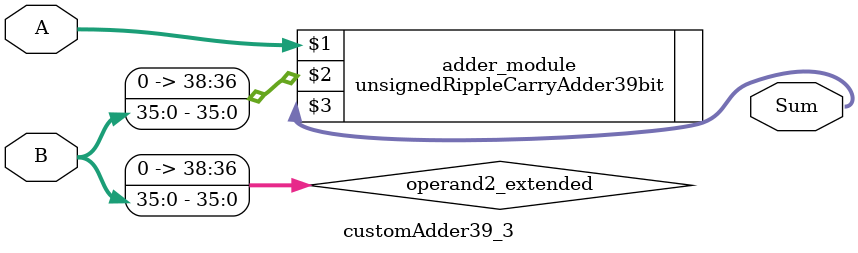
<source format=v>
module customAdder39_3(
                        input [38 : 0] A,
                        input [35 : 0] B,
                        
                        output [39 : 0] Sum
                );

        wire [38 : 0] operand2_extended;
        
        assign operand2_extended =  {3'b0, B};
        
        unsignedRippleCarryAdder39bit adder_module(
            A,
            operand2_extended,
            Sum
        );
        
        endmodule
        
</source>
